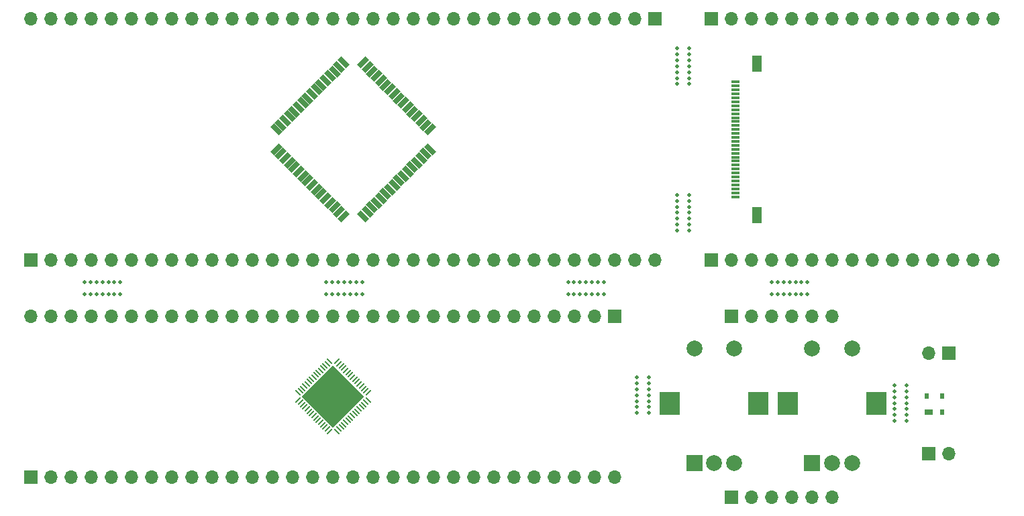
<source format=gbr>
%TF.GenerationSoftware,KiCad,Pcbnew,(6.0.2)*%
%TF.CreationDate,2022-03-22T07:27:24-04:00*%
%TF.ProjectId,Panel_Design_2,50616e65-6c5f-4446-9573-69676e5f322e,rev?*%
%TF.SameCoordinates,Original*%
%TF.FileFunction,Soldermask,Top*%
%TF.FilePolarity,Negative*%
%FSLAX46Y46*%
G04 Gerber Fmt 4.6, Leading zero omitted, Abs format (unit mm)*
G04 Created by KiCad (PCBNEW (6.0.2)) date 2022-03-22 07:27:24*
%MOMM*%
%LPD*%
G01*
G04 APERTURE LIST*
G04 Aperture macros list*
%AMRotRect*
0 Rectangle, with rotation*
0 The origin of the aperture is its center*
0 $1 length*
0 $2 width*
0 $3 Rotation angle, in degrees counterclockwise*
0 Add horizontal line*
21,1,$1,$2,0,0,$3*%
G04 Aperture macros list end*
%ADD10C,0.500000*%
%ADD11R,1.700000X1.700000*%
%ADD12O,1.700000X1.700000*%
%ADD13R,2.000000X2.000000*%
%ADD14C,2.000000*%
%ADD15R,2.500000X3.000000*%
%ADD16R,1.000000X0.700000*%
%ADD17R,0.600000X0.700000*%
%ADD18RotRect,0.600000X1.475000X135.000000*%
%ADD19RotRect,0.600000X1.475000X45.000000*%
%ADD20R,1.000000X0.300000*%
%ADD21R,1.300000X2.000000*%
%ADD22RotRect,0.200000X0.850000X135.000000*%
%ADD23RotRect,0.200000X0.850000X45.000000*%
%ADD24RotRect,5.550000X5.550000X45.000000*%
G04 APERTURE END LIST*
D10*
%TO.C,mouse-bite-2mm-slot*%
X96244996Y-57629999D03*
X97744996Y-57629999D03*
X100744996Y-56129999D03*
X97744996Y-56129999D03*
X96244996Y-56129999D03*
X96994996Y-57629999D03*
X99244996Y-57629999D03*
X99994996Y-57629999D03*
X98494996Y-57629999D03*
X99994996Y-56129999D03*
X99244996Y-56129999D03*
X98494996Y-56129999D03*
X96994996Y-56129999D03*
X100744996Y-57629999D03*
%TD*%
D11*
%TO.C,J11*%
X107234996Y-22859999D03*
D12*
X104694996Y-22859999D03*
X102154996Y-22859999D03*
X99614996Y-22859999D03*
X97074996Y-22859999D03*
X94534996Y-22859999D03*
X91994996Y-22859999D03*
X89454996Y-22859999D03*
X86914996Y-22859999D03*
X84374996Y-22859999D03*
X81834996Y-22859999D03*
X79294996Y-22859999D03*
X76754996Y-22859999D03*
X74214996Y-22859999D03*
X71674996Y-22859999D03*
X69134996Y-22859999D03*
X66594996Y-22859999D03*
X64054996Y-22859999D03*
X61514996Y-22859999D03*
X58974996Y-22859999D03*
X56434996Y-22859999D03*
X53894996Y-22859999D03*
X51354996Y-22859999D03*
X48814996Y-22859999D03*
X46274996Y-22859999D03*
X43734996Y-22859999D03*
X41194996Y-22859999D03*
X38654996Y-22859999D03*
X36114996Y-22859999D03*
X33574996Y-22859999D03*
X31034996Y-22859999D03*
X28494996Y-22859999D03*
%TD*%
D11*
%TO.C,J19*%
X141714999Y-77769999D03*
D12*
X144254999Y-77769999D03*
%TD*%
D10*
%TO.C,mouse-bite-2mm-slot*%
X137424998Y-73669998D03*
X138924998Y-69919998D03*
X137424998Y-69919998D03*
X137424998Y-70669998D03*
X138924998Y-69169998D03*
X138924998Y-72919998D03*
X137424998Y-72919998D03*
X137424998Y-71419998D03*
X138924998Y-73669998D03*
X137424998Y-72169998D03*
X138924998Y-72169998D03*
X137424998Y-69169998D03*
X138924998Y-70669998D03*
X138924998Y-71419998D03*
%TD*%
%TO.C,mouse-bite-2mm-slot*%
X106444996Y-70419999D03*
X106444996Y-68169999D03*
X106444996Y-72669999D03*
X104944996Y-72669999D03*
X104944996Y-68919999D03*
X106444996Y-68919999D03*
X104944996Y-69669999D03*
X106444996Y-69669999D03*
X104944996Y-70419999D03*
X104944996Y-71919999D03*
X106444996Y-71919999D03*
X106444996Y-71169999D03*
X104944996Y-71169999D03*
X104944996Y-68169999D03*
%TD*%
D11*
%TO.C,J8*%
X116854997Y-83279999D03*
D12*
X119394997Y-83279999D03*
X121934997Y-83279999D03*
X124474997Y-83279999D03*
X127014997Y-83279999D03*
X129554997Y-83279999D03*
%TD*%
D11*
%TO.C,J1*%
X28494996Y-80739999D03*
D12*
X31034996Y-80739999D03*
X33574996Y-80739999D03*
X36114996Y-80739999D03*
X38654996Y-80739999D03*
X41194996Y-80739999D03*
X43734996Y-80739999D03*
X46274996Y-80739999D03*
X48814996Y-80739999D03*
X51354996Y-80739999D03*
X53894996Y-80739999D03*
X56434996Y-80739999D03*
X58974996Y-80739999D03*
X61514996Y-80739999D03*
X64054996Y-80739999D03*
X66594996Y-80739999D03*
X69134996Y-80739999D03*
X71674996Y-80739999D03*
X74214996Y-80739999D03*
X76754996Y-80739999D03*
X79294996Y-80739999D03*
X81834996Y-80739999D03*
X84374996Y-80739999D03*
X86914996Y-80739999D03*
X89454996Y-80739999D03*
X91994996Y-80739999D03*
X94534996Y-80739999D03*
X97074996Y-80739999D03*
X99614996Y-80739999D03*
X102154996Y-80739999D03*
%TD*%
D11*
%TO.C,J12*%
X116854997Y-60419999D03*
D12*
X119394997Y-60419999D03*
X121934997Y-60419999D03*
X124474997Y-60419999D03*
X127014997Y-60419999D03*
X129554997Y-60419999D03*
%TD*%
D10*
%TO.C,mouse-bite-2mm-slot*%
X111524996Y-48859999D03*
X110024996Y-49609999D03*
X111524996Y-45859999D03*
X111524996Y-48109999D03*
X110024996Y-46609999D03*
X110024996Y-48109999D03*
X110024996Y-45109999D03*
X111524996Y-49609999D03*
X110024996Y-48859999D03*
X110024996Y-47359999D03*
X111524996Y-46609999D03*
X111524996Y-45109999D03*
X110024996Y-45859999D03*
X111524996Y-47359999D03*
%TD*%
%TO.C,mouse-bite-2mm-slot*%
X126444996Y-56129999D03*
X122694996Y-57629999D03*
X126444996Y-57629999D03*
X124944996Y-57629999D03*
X124944996Y-56129999D03*
X124194996Y-57629999D03*
X122694996Y-56129999D03*
X121944996Y-57629999D03*
X125694996Y-57629999D03*
X124194996Y-56129999D03*
X123444996Y-57629999D03*
X123444996Y-56129999D03*
X125694996Y-56129999D03*
X121944996Y-56129999D03*
%TD*%
%TO.C,mouse-bite-2mm-slot*%
X111524996Y-29609999D03*
X111524996Y-28859999D03*
X111524996Y-26609999D03*
X110024996Y-28859999D03*
X111524996Y-31109999D03*
X111524996Y-27359999D03*
X110024996Y-30359999D03*
X111524996Y-28109999D03*
X110024996Y-27359999D03*
X111524996Y-30359999D03*
X110024996Y-26609999D03*
X110024996Y-31109999D03*
X110024996Y-28109999D03*
X110024996Y-29609999D03*
%TD*%
D13*
%TO.C,SW1*%
X112154997Y-78979999D03*
D14*
X117154997Y-78979999D03*
X114654997Y-78979999D03*
D15*
X120254997Y-71479999D03*
X109054997Y-71479999D03*
D14*
X112154997Y-64479999D03*
X117154997Y-64479999D03*
%TD*%
D16*
%TO.C,U3*%
X141714999Y-72549999D03*
D17*
X143414999Y-72549999D03*
X143414999Y-70549999D03*
X141514999Y-70549999D03*
%TD*%
D18*
%TO.C,IC1*%
X59420763Y-39328951D03*
X59986448Y-39894636D03*
X60552134Y-40460321D03*
X61117819Y-41026007D03*
X61683505Y-41591692D03*
X62249190Y-42157378D03*
X62814876Y-42723063D03*
X63380561Y-43288749D03*
X63946246Y-43854434D03*
X64511932Y-44420119D03*
X65077617Y-44985805D03*
X65643303Y-45551490D03*
X66208988Y-46117176D03*
X66774674Y-46682861D03*
X67340359Y-47248547D03*
X67906044Y-47814232D03*
D19*
X70363948Y-47814232D03*
X70929633Y-47248547D03*
X71495318Y-46682861D03*
X72061004Y-46117176D03*
X72626689Y-45551490D03*
X73192375Y-44985805D03*
X73758060Y-44420119D03*
X74323746Y-43854434D03*
X74889431Y-43288749D03*
X75455116Y-42723063D03*
X76020802Y-42157378D03*
X76586487Y-41591692D03*
X77152173Y-41026007D03*
X77717858Y-40460321D03*
X78283544Y-39894636D03*
X78849229Y-39328951D03*
D18*
X78849229Y-36871047D03*
X78283544Y-36305362D03*
X77717858Y-35739677D03*
X77152173Y-35173991D03*
X76586487Y-34608306D03*
X76020802Y-34042620D03*
X75455116Y-33476935D03*
X74889431Y-32911249D03*
X74323746Y-32345564D03*
X73758060Y-31779879D03*
X73192375Y-31214193D03*
X72626689Y-30648508D03*
X72061004Y-30082822D03*
X71495318Y-29517137D03*
X70929633Y-28951451D03*
X70363948Y-28385766D03*
D19*
X67906044Y-28385766D03*
X67340359Y-28951451D03*
X66774674Y-29517137D03*
X66208988Y-30082822D03*
X65643303Y-30648508D03*
X65077617Y-31214193D03*
X64511932Y-31779879D03*
X63946246Y-32345564D03*
X63380561Y-32911249D03*
X62814876Y-33476935D03*
X62249190Y-34042620D03*
X61683505Y-34608306D03*
X61117819Y-35173991D03*
X60552134Y-35739677D03*
X59986448Y-36305362D03*
X59420763Y-36871047D03*
%TD*%
D11*
%TO.C,J5*%
X102154996Y-60419999D03*
D12*
X99614996Y-60419999D03*
X97074996Y-60419999D03*
X94534996Y-60419999D03*
X91994996Y-60419999D03*
X89454996Y-60419999D03*
X86914996Y-60419999D03*
X84374996Y-60419999D03*
X81834996Y-60419999D03*
X79294996Y-60419999D03*
X76754996Y-60419999D03*
X74214996Y-60419999D03*
X71674996Y-60419999D03*
X69134996Y-60419999D03*
X66594996Y-60419999D03*
X64054996Y-60419999D03*
X61514996Y-60419999D03*
X58974996Y-60419999D03*
X56434996Y-60419999D03*
X53894996Y-60419999D03*
X51354996Y-60419999D03*
X48814996Y-60419999D03*
X46274996Y-60419999D03*
X43734996Y-60419999D03*
X41194996Y-60419999D03*
X38654996Y-60419999D03*
X36114996Y-60419999D03*
X33574996Y-60419999D03*
X31034996Y-60419999D03*
X28494996Y-60419999D03*
%TD*%
D11*
%TO.C,JOLED2*%
X114319996Y-22859999D03*
D12*
X116859996Y-22859999D03*
X119399996Y-22859999D03*
X121939996Y-22859999D03*
X124479996Y-22859999D03*
X127019996Y-22859999D03*
X129559996Y-22859999D03*
X132099996Y-22859999D03*
X134639996Y-22859999D03*
X137179996Y-22859999D03*
X139719996Y-22859999D03*
X142259996Y-22859999D03*
X144799996Y-22859999D03*
X147339996Y-22859999D03*
X149879996Y-22859999D03*
%TD*%
D13*
%TO.C,SW2*%
X127054997Y-78989999D03*
D14*
X132054997Y-78989999D03*
X129554997Y-78989999D03*
D15*
X123954997Y-71489999D03*
X135154997Y-71489999D03*
D14*
X127054997Y-64489999D03*
X132054997Y-64489999D03*
%TD*%
D20*
%TO.C,UOLED1*%
X117369996Y-45349999D03*
X117369996Y-44849999D03*
X117369996Y-44349999D03*
X117369996Y-43849999D03*
X117369996Y-43349999D03*
X117369996Y-42849999D03*
X117369996Y-42349999D03*
X117369996Y-41849999D03*
X117369996Y-41349999D03*
X117369996Y-40849999D03*
X117369996Y-40349999D03*
X117369996Y-39849999D03*
X117369996Y-39349999D03*
X117369996Y-38849999D03*
X117369996Y-38349999D03*
X117369996Y-37849999D03*
X117369996Y-37349999D03*
X117369996Y-36849999D03*
X117369996Y-36349999D03*
X117369996Y-35849999D03*
X117369996Y-35349999D03*
X117369996Y-34849999D03*
X117369996Y-34349999D03*
X117369996Y-33849999D03*
X117369996Y-33349999D03*
X117369996Y-32849999D03*
X117369996Y-32349999D03*
X117369996Y-31849999D03*
X117369996Y-31349999D03*
X117369996Y-30849999D03*
D21*
X120069996Y-47649999D03*
X120069996Y-28549999D03*
%TD*%
D10*
%TO.C,mouse-bite-2mm-slot*%
X35994996Y-57629999D03*
X36744996Y-57629999D03*
X39744996Y-57629999D03*
X38994996Y-57629999D03*
X35244996Y-56129999D03*
X37494996Y-57629999D03*
X35244996Y-57629999D03*
X35994996Y-56129999D03*
X39744996Y-56129999D03*
X38244996Y-57629999D03*
X38994996Y-56129999D03*
X36744996Y-56129999D03*
X37494996Y-56129999D03*
X38244996Y-56129999D03*
%TD*%
%TO.C,mouse-bite-2mm-slot*%
X67244996Y-56129999D03*
X68744996Y-56129999D03*
X67244996Y-57629999D03*
X68744996Y-57629999D03*
X70244996Y-56129999D03*
X65744996Y-57629999D03*
X69494996Y-57629999D03*
X69494996Y-56129999D03*
X67994996Y-56129999D03*
X70244996Y-57629999D03*
X67994996Y-57629999D03*
X65744996Y-56129999D03*
X66494996Y-57629999D03*
X66494996Y-56129999D03*
%TD*%
D11*
%TO.C,J3*%
X28494996Y-53339999D03*
D12*
X31034996Y-53339999D03*
X33574996Y-53339999D03*
X36114996Y-53339999D03*
X38654996Y-53339999D03*
X41194996Y-53339999D03*
X43734996Y-53339999D03*
X46274996Y-53339999D03*
X48814996Y-53339999D03*
X51354996Y-53339999D03*
X53894996Y-53339999D03*
X56434996Y-53339999D03*
X58974996Y-53339999D03*
X61514996Y-53339999D03*
X64054996Y-53339999D03*
X66594996Y-53339999D03*
X69134996Y-53339999D03*
X71674996Y-53339999D03*
X74214996Y-53339999D03*
X76754996Y-53339999D03*
X79294996Y-53339999D03*
X81834996Y-53339999D03*
X84374996Y-53339999D03*
X86914996Y-53339999D03*
X89454996Y-53339999D03*
X91994996Y-53339999D03*
X94534996Y-53339999D03*
X97074996Y-53339999D03*
X99614996Y-53339999D03*
X102154996Y-53339999D03*
X104694996Y-53339999D03*
X107234996Y-53339999D03*
%TD*%
D11*
%TO.C,J23*%
X144254999Y-65069999D03*
D12*
X141714999Y-65069999D03*
%TD*%
D11*
%TO.C,JOLED1*%
X114314996Y-53339999D03*
D12*
X116854996Y-53339999D03*
X119394996Y-53339999D03*
X121934996Y-53339999D03*
X124474996Y-53339999D03*
X127014996Y-53339999D03*
X129554996Y-53339999D03*
X132094996Y-53339999D03*
X134634996Y-53339999D03*
X137174996Y-53339999D03*
X139714996Y-53339999D03*
X142254996Y-53339999D03*
X144794996Y-53339999D03*
X147334996Y-53339999D03*
X149874996Y-53339999D03*
%TD*%
D22*
%TO.C,U1*%
X62175579Y-71039618D03*
X62458421Y-71322461D03*
X62741264Y-71605304D03*
X63024107Y-71888147D03*
X63306949Y-72170989D03*
X63589792Y-72453832D03*
X63872635Y-72736675D03*
X64155478Y-73019517D03*
X64438320Y-73302360D03*
X64721163Y-73585203D03*
X65004006Y-73868046D03*
X65286848Y-74150888D03*
X65569691Y-74433731D03*
X65852534Y-74716574D03*
X66135377Y-74999416D03*
D23*
X67054615Y-74999416D03*
X67337458Y-74716574D03*
X67620301Y-74433731D03*
X67903144Y-74150888D03*
X68185986Y-73868046D03*
X68468829Y-73585203D03*
X68751672Y-73302360D03*
X69034514Y-73019517D03*
X69317357Y-72736675D03*
X69600200Y-72453832D03*
X69883043Y-72170989D03*
X70165885Y-71888147D03*
X70448728Y-71605304D03*
X70731571Y-71322461D03*
X71014413Y-71039618D03*
D22*
X71014413Y-70120380D03*
X70731571Y-69837537D03*
X70448728Y-69554694D03*
X70165885Y-69271851D03*
X69883043Y-68989009D03*
X69600200Y-68706166D03*
X69317357Y-68423323D03*
X69034514Y-68140481D03*
X68751672Y-67857638D03*
X68468829Y-67574795D03*
X68185986Y-67291952D03*
X67903144Y-67009110D03*
X67620301Y-66726267D03*
X67337458Y-66443424D03*
X67054615Y-66160582D03*
D23*
X66135377Y-66160582D03*
X65852534Y-66443424D03*
X65569691Y-66726267D03*
X65286848Y-67009110D03*
X65004006Y-67291952D03*
X64721163Y-67574795D03*
X64438320Y-67857638D03*
X64155478Y-68140481D03*
X63872635Y-68423323D03*
X63589792Y-68706166D03*
X63306949Y-68989009D03*
X63024107Y-69271851D03*
X62741264Y-69554694D03*
X62458421Y-69837537D03*
X62175579Y-70120380D03*
D24*
X66594996Y-70579999D03*
%TD*%
M02*

</source>
